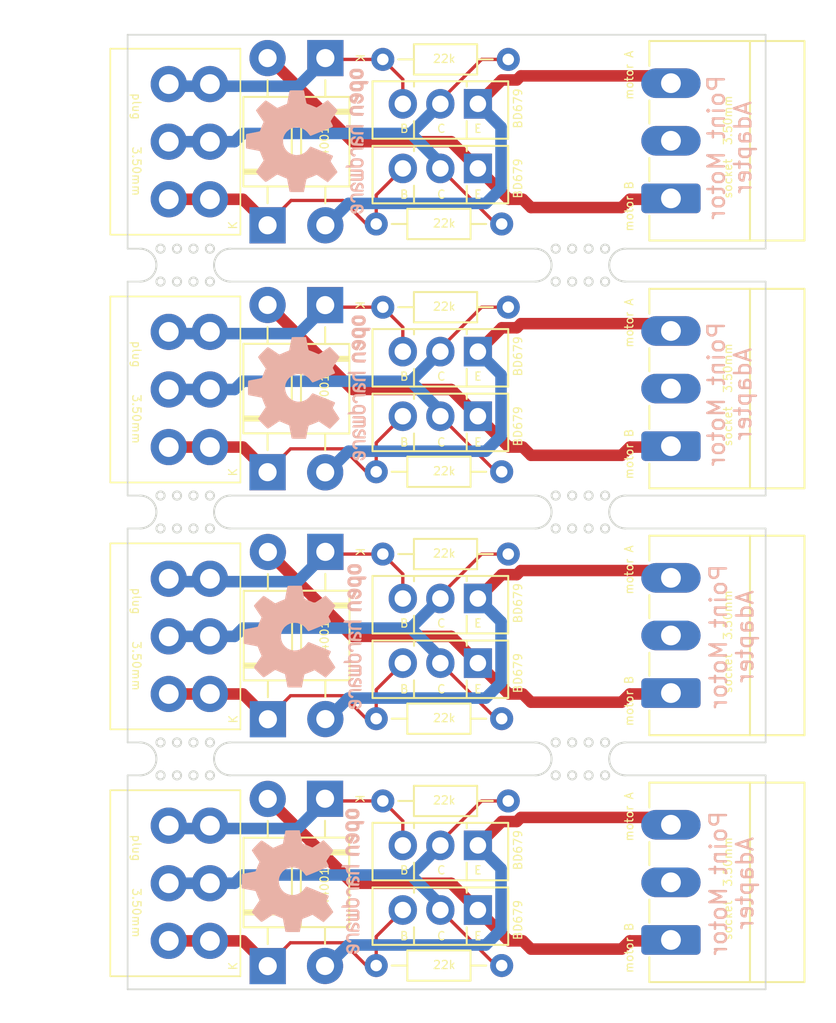
<source format=kicad_pcb>
(kicad_pcb (version 20240108) (generator "pcbnew") (generator_version "8.0")
  (layers (0 "F.Cu" signal) (31 "B.Cu" signal) (34 "B.Paste" user) (35 "F.Paste" user) (36 "B.SilkS" user "B.Silkscreen") (37 "F.SilkS" user "F.Silkscreen") (38 "B.Mask" user) (39 "F.Mask" user) (44 "Edge.Cuts" user))
  (net 0 "")
  (net 1 "/number 1/motB")
  (net 2 "/number 1/coilB")
  (net 3 "/number 1/motA")
  (net 4 "/number 1/coilA")
  (net 5 "/number 2/motB")
  (net 6 "/number 2/coilB")
  (net 7 "/number 2/coilA")
  (net 8 "/number 2/motA")
  (net 9 "/number 3/coilB")
  (net 10 "/number 3/motB")
  (net 11 "/number 3/motA")
  (net 12 "/number 3/coilA")
  (net 13 "/number 4/motB")
  (net 14 "/number 4/coilB")
  (net 15 "/number 4/motA")
  (net 16 "/number 4/coilA")
  (net 17 "/number 1/collector")
  (net 19 "/number 2/collector")
  (net 21 "/number 3/collector")
  (net 23 "/number 4/collector")
  (footprint "Package_TO_SOT_THT:TO-126-3_Vertical" (layer "F.Cu") (at 59.775 72.755 180)
    (property "Reference" "Q502" (hide yes))
    (property "Value" "BD679")
  )
  (footprint "Connector_Phoenix_MC:PhoenixContact_MC_1,5_3-G-3.5_1x03_P3.50mm_Horizontal" (layer "F.Cu") (at 71.5 78.5 90)
    (property "Reference" "J502" (hide yes))
    (property "Value" "Screw_Terminal_01x03")
  )
  (footprint "Resistor_THT:R_Axial_DIN0204_L3.6mm_D1.6mm_P7.62mm_Horizontal" (layer "F.Cu") (at 61.62 70.055 180)
    (property "Reference" "R502" (hide yes))
    (property "Value" "22k")
  )
  (footprint "custom_kicad_lib_sk:mousebite" (layer "F.Cu") (at 42 67.5)
    (property "Reference" "REF**" (hide yes))
    (property "Value" "mousebite")
    (fp_arc (start -2.75 -1) (mid -1.75 0) (end -2.75 1) (stroke (width 0.12)) (layer "Edge.Cuts"))
    (fp_arc (start 2.75 1) (mid 1.75 0) (end 2.75 -1) (stroke (width 0.12)) (layer "Edge.Cuts"))
    (fp_circle (center -1.5 -1) (end -1.25 -1) (stroke (width 0.12)) (fill none) (layer "Edge.Cuts"))
    (fp_circle (center -1.5 1) (end -1.25 1) (stroke (width 0.12)) (fill none) (layer "Edge.Cuts"))
    (fp_circle (center -0.5 -1) (end -0.25 -1) (stroke (width 0.12)) (fill none) (layer "Edge.Cuts"))
    (fp_circle (center -0.5 1) (end -0.25 1) (stroke (width 0.12)) (fill none) (layer "Edge.Cuts"))
    (fp_circle (center 0.5 -1) (end 0.75 -1) (stroke (width 0.12)) (fill none) (layer "Edge.Cuts"))
    (fp_circle (center 0.5 1) (end 0.75 1) (stroke (width 0.12)) (fill none) (layer "Edge.Cuts"))
    (fp_circle (center 1.5 -1) (end 1.75 -1) (stroke (width 0.12)) (fill none) (layer "Edge.Cuts"))
    (fp_circle (center 1.5 1) (end 1.75 1) (stroke (width 0.12)) (fill none) (layer "Edge.Cuts"))
  )
  (footprint "Connector_Phoenix_MC:PhoenixContact_MC_1,5_3-G-3.5_1x03_P3.50mm_Horizontal" (layer "F.Cu") (at 71.5 33.445 90)
    (property "Reference" "J202" (hide yes))
    (property "Value" "Screw_Terminal_01x03")
  )
  (footprint "Resistor_THT:R_Axial_DIN0204_L3.6mm_D1.6mm_P7.62mm_Horizontal" (layer "F.Cu") (at 61.62 25 180)
    (property "Reference" "R202" (hide yes))
    (property "Value" "22k")
  )
  (footprint "Package_TO_SOT_THT:TO-126-3_Vertical" (layer "F.Cu") (at 59.775 46.68 180)
    (property "Reference" "Q301" (hide yes))
    (property "Value" "BD679")
  )
  (footprint "MountingHole:MountingHole_3.2mm_M3" (layer "F.Cu") (at 65.5 60)
    (property "Reference" "REF**" (hide yes))
    (property "Value" "MountingHole_3.2mm_M3")
  )
  (footprint "Package_TO_SOT_THT:TO-126-3_Vertical" (layer "F.Cu") (at 59.775 61.68 180)
    (property "Reference" "Q401" (hide yes))
    (property "Value" "BD679")
  )
  (footprint "Resistor_THT:R_Axial_DIN0204_L3.6mm_D1.6mm_P7.62mm_Horizontal" (layer "F.Cu") (at 61.62 40.055 180)
    (property "Reference" "R302" (hide yes))
    (property "Value" "22k")
  )
  (footprint "Resistor_THT:R_Axial_DIN0204_L3.6mm_D1.6mm_P7.62mm_Horizontal" (layer "F.Cu") (at 61.62 55.055 180)
    (property "Reference" "R402" (hide yes))
    (property "Value" "22k")
  )
  (footprint "Package_TO_SOT_THT:TO-126-3_Vertical" (layer "F.Cu") (at 59.775 76.68 180)
    (property "Reference" "Q501" (hide yes))
    (property "Value" "BD679")
  )
  (footprint "custom_kicad_lib_sk:mousebite" (layer "F.Cu") (at 66 37.5)
    (property "Reference" "REF**" (hide yes))
    (property "Value" "mousebite")
    (fp_arc (start -2.75 -1) (mid -1.75 0) (end -2.75 1) (stroke (width 0.12)) (layer "Edge.Cuts"))
    (fp_arc (start 2.75 1) (mid 1.75 0) (end 2.75 -1) (stroke (width 0.12)) (layer "Edge.Cuts"))
    (fp_circle (center -1.5 -1) (end -1.25 -1) (stroke (width 0.12)) (fill none) (layer "Edge.Cuts"))
    (fp_circle (center -1.5 1) (end -1.25 1) (stroke (width 0.12)) (fill none) (layer "Edge.Cuts"))
    (fp_circle (center -0.5 -1) (end -0.25 -1) (stroke (width 0.12)) (fill none) (layer "Edge.Cuts"))
    (fp_circle (center -0.5 1) (end -0.25 1) (stroke (width 0.12)) (fill none) (layer "Edge.Cuts"))
    (fp_circle (center 0.5 -1) (end 0.75 -1) (stroke (width 0.12)) (fill none) (layer "Edge.Cuts"))
    (fp_circle (center 0.5 1) (end 0.75 1) (stroke (width 0.12)) (fill none) (layer "Edge.Cuts"))
    (fp_circle (center 1.5 -1) (end 1.75 -1) (stroke (width 0.12)) (fill none) (layer "Edge.Cuts"))
    (fp_circle (center 1.5 1) (end 1.75 1) (stroke (width 0.12)) (fill none) (layer "Edge.Cuts"))
  )
  (footprint "custom_kicad_lib_sk:mousebite" (layer "F.Cu") (at 66 52.5)
    (property "Reference" "REF**" (hide yes))
    (property "Value" "mousebite")
    (fp_arc (start -2.75 -1) (mid -1.75 0) (end -2.75 1) (stroke (width 0.12)) (layer "Edge.Cuts"))
    (fp_arc (start 2.75 1) (mid 1.75 0) (end 2.75 -1) (stroke (width 0.12)) (layer "Edge.Cuts"))
    (fp_circle (center -1.5 -1) (end -1.25 -1) (stroke (width 0.12)) (fill none) (layer "Edge.Cuts"))
    (fp_circle (center -1.5 1) (end -1.25 1) (stroke (width 0.12)) (fill none) (layer "Edge.Cuts"))
    (fp_circle (center -0.5 -1) (end -0.25 -1) (stroke (width 0.12)) (fill none) (layer "Edge.Cuts"))
    (fp_circle (center -0.5 1) (end -0.25 1) (stroke (width 0.12)) (fill none) (layer "Edge.Cuts"))
    (fp_circle (center 0.5 -1) (end 0.75 -1) (stroke (width 0.12)) (fill none) (layer "Edge.Cuts"))
    (fp_circle (center 0.5 1) (end 0.75 1) (stroke (width 0.12)) (fill none) (layer "Edge.Cuts"))
    (fp_circle (center 1.5 -1) (end 1.75 -1) (stroke (width 0.12)) (fill none) (layer "Edge.Cuts"))
    (fp_circle (center 1.5 1) (end 1.75 1) (stroke (width 0.12)) (fill none) (layer "Edge.Cuts"))
  )
  (footprint "Resistor_THT:R_Axial_DIN0204_L3.6mm_D1.6mm_P7.62mm_Horizontal" (layer "F.Cu") (at 61.22 50.055 180)
    (property "Reference" "R301" (hide yes))
    (property "Value" "22k")
  )
  (footprint "Package_TO_SOT_THT:TO-126-3_Vertical" (layer "F.Cu") (at 59.775 57.755 180)
    (property "Reference" "Q402" (hide yes))
    (property "Value" "BD679")
  )
  (footprint "Diode_THT:D_DO-41_SOD81_P10.16mm_Horizontal" (layer "F.Cu") (at 47.01 80.09 90)
    (property "Reference" "D501" (hide yes))
    (property "Value" "1N4001")
  )
  (footprint "Resistor_THT:R_Axial_DIN0204_L3.6mm_D1.6mm_P7.62mm_Horizontal" (layer "F.Cu") (at 61.22 35 180)
    (property "Reference" "R201" (hide yes))
    (property "Value" "22k")
  )
  (footprint "MountingHole:MountingHole_3.2mm_M3" (layer "F.Cu") (at 65.5 30)
    (property "Reference" "REF**" (hide yes))
    (property "Value" "MountingHole_3.2mm_M3")
  )
  (footprint "Diode_THT:D_DO-41_SOD81_P10.16mm_Horizontal" (layer "F.Cu") (at 47 50.08 90)
    (property "Reference" "D301" (hide yes))
    (property "Value" "1N4001")
  )
  (footprint "Connector_Phoenix_MC:PhoenixContact_MC_1,5_3-G-3.5_1x03_P3.50mm_Horizontal" (layer "F.Cu") (at 71.5 63.5 90)
    (property "Reference" "J402" (hide yes))
    (property "Value" "Screw_Terminal_01x03")
  )
  (footprint "custom_kicad_lib_sk:connector_3.50mm_3P horizontal_MALE" (layer "F.Cu") (at 43.5 30 -90)
    (property "Reference" "J201" (hide yes))
    (property "Value" "Screw_Terminal_01x03" (hide yes))
  )
  (footprint "Diode_THT:D_DO-41_SOD81_P10.16mm_Horizontal" (layer "F.Cu") (at 50.5 39.93 -90)
    (property "Reference" "D302" (hide yes))
    (property "Value" "1N4001")
  )
  (footprint "Diode_THT:D_DO-41_SOD81_P10.16mm_Horizontal" (layer "F.Cu") (at 47 35.08 90)
    (property "Reference" "D201" (hide yes))
    (property "Value" "1N4001")
  )
  (footprint "custom_kicad_lib_sk:mousebite" (layer "F.Cu") (at 42 52.5)
    (property "Reference" "REF**" (hide yes))
    (property "Value" "mousebite")
    (fp_arc (start -2.75 -1) (mid -1.75 0) (end -2.75 1) (stroke (width 0.12)) (layer "Edge.Cuts"))
    (fp_arc (start 2.75 1) (mid 1.75 0) (end 2.75 -1) (stroke (width 0.12)) (layer "Edge.Cuts"))
    (fp_circle (center -1.5 -1) (end -1.25 -1) (stroke (width 0.12)) (fill none) (layer "Edge.Cuts"))
    (fp_circle (center -1.5 1) (end -1.25 1) (stroke (width 0.12)) (fill none) (layer "Edge.Cuts"))
    (fp_circle (center -0.5 -1) (end -0.25 -1) (stroke (width 0.12)) (fill none) (layer "Edge.Cuts"))
    (fp_circle (center -0.5 1) (end -0.25 1) (stroke (width 0.12)) (fill none) (layer "Edge.Cuts"))
    (fp_circle (center 0.5 -1) (end 0.75 -1) (stroke (width 0.12)) (fill none) (layer "Edge.Cuts"))
    (fp_circle (center 0.5 1) (end 0.75 1) (stroke (width 0.12)) (fill none) (layer "Edge.Cuts"))
    (fp_circle (center 1.5 -1) (end 1.75 -1) (stroke (width 0.12)) (fill none) (layer "Edge.Cuts"))
    (fp_circle (center 1.5 1) (end 1.75 1) (stroke (width 0.12)) (fill none) (layer "Edge.Cuts"))
  )
  (footprint "Resistor_THT:R_Axial_DIN0204_L3.6mm_D1.6mm_P7.62mm_Horizontal" (layer "F.Cu") (at 61.22 65.055 180)
    (property "Reference" "R401" (hide yes))
    (property "Value" "22k")
  )
  (footprint "custom_kicad_lib_sk:connector_3.50mm_3P horizontal_MALE" (layer "F.Cu") (at 43.5 45.055 -90)
    (property "Reference" "J301" (hide yes))
    (property "Value" "Screw_Terminal_01x03" (hide yes))
  )
  (footprint "MountingHole:MountingHole_3.2mm_M3" (layer "F.Cu") (at 65.5 45)
    (property "Reference" "REF**" (hide yes))
    (property "Value" "MountingHole_3.2mm_M3")
  )
  (footprint "custom_kicad_lib_sk:connector_3.50mm_3P horizontal_MALE" (layer "F.Cu") (at 43.5 60.055 -90)
    (property "Reference" "J401" (hide yes))
    (property "Value" "Screw_Terminal_01x03" (hide yes))
  )
  (footprint "Resistor_THT:R_Axial_DIN0204_L3.6mm_D1.6mm_P7.62mm_Horizontal" (layer "F.Cu") (at 61.22 80.055 180)
    (property "Reference" "R501" (hide yes))
    (property "Value" "22k")
  )
  (footprint "Package_TO_SOT_THT:TO-126-3_Vertical" (layer "F.Cu") (at 59.775 31.625 180)
    (property "Reference" "Q201" (hide yes))
    (property "Value" "BD679")
  )
  (footprint "Connector_Phoenix_MC:PhoenixContact_MC_1,5_3-G-3.5_1x03_P3.50mm_Horizontal" (layer "F.Cu") (at 71.5 48.5 90)
    (property "Reference" "J302" (hide yes))
    (property "Value" "Screw_Terminal_01x03")
  )
  (footprint "Package_TO_SOT_THT:TO-126-3_Vertical" (layer "F.Cu") (at 59.775 42.755 180)
    (property "Reference" "Q302" (hide yes))
    (property "Value" "BD679")
  )
  (footprint "custom_kicad_lib_sk:connector_3.50mm_3P horizontal_MALE" (layer "F.Cu") (at 43.5 75.055 -90)
    (property "Reference" "J501" (hide yes))
    (property "Value" "Screw_Terminal_01x03" (hide yes))
  )
  (footprint "custom_kicad_lib_sk:mousebite" (layer "F.Cu") (at 66 67.5)
    (property "Reference" "REF**" (hide yes))
    (property "Value" "mousebite")
    (fp_arc (start -2.75 -1) (mid -1.75 0) (end -2.75 1) (stroke (width 0.12)) (layer "Edge.Cuts"))
    (fp_arc (start 2.75 1) (mid 1.75 0) (end 2.75 -1) (stroke (width 0.12)) (layer "Edge.Cuts"))
    (fp_circle (center -1.5 -1) (end -1.25 -1) (stroke (width 0.12)) (fill none) (layer "Edge.Cuts"))
    (fp_circle (center -1.5 1) (end -1.25 1) (stroke (width 0.12)) (fill none) (layer "Edge.Cuts"))
    (fp_circle (center -0.5 -1) (end -0.25 -1) (stroke (width 0.12)) (fill none) (layer "Edge.Cuts"))
    (fp_circle (center -0.5 1) (end -0.25 1) (stroke (width 0.12)) (fill none) (layer "Edge.Cuts"))
    (fp_circle (center 0.5 -1) (end 0.75 -1) (stroke (width 0.12)) (fill none) (layer "Edge.Cuts"))
    (fp_circle (center 0.5 1) (end 0.75 1) (stroke (width 0.12)) (fill none) (layer "Edge.Cuts"))
    (fp_circle (center 1.5 -1) (end 1.75 -1) (stroke (width 0.12)) (fill none) (layer "Edge.Cuts"))
    (fp_circle (center 1.5 1) (end 1.75 1) (stroke (width 0.12)) (fill none) (layer "Edge.Cuts"))
  )
  (footprint "Diode_THT:D_DO-41_SOD81_P10.16mm_Horizontal" (layer "F.Cu") (at 50.51 54.92 -90)
    (property "Reference" "D402" (hide yes))
    (property "Value" "1N4001")
  )
  (footprint "Diode_THT:D_DO-41_SOD81_P10.16mm_Horizontal" (layer "F.Cu") (at 50.51 24.92 -90)
    (property "Reference" "D202" (hide yes))
    (property "Value" "1N4001")
  )
  (footprint "Diode_THT:D_DO-41_SOD81_P10.16mm_Horizontal" (layer "F.Cu") (at 50.49 69.92 -90)
    (property "Reference" "D502" (hide yes))
    (property "Value" "1N4001")
  )
  (footprint "custom_kicad_lib_sk:mousebite" (layer "F.Cu") (at 42 37.5)
    (property "Reference" "REF**" (hide yes))
    (property "Value" "mousebite")
    (fp_arc (start -2.75 -1) (mid -1.75 0) (end -2.75 1) (stroke (width 0.12)) (layer "Edge.Cuts"))
    (fp_arc (start 2.75 1) (mid 1.75 0) (end 2.75 -1) (stroke (width 0.12)) (layer "Edge.Cuts"))
    (fp_circle (center -1.5 -1) (end -1.25 -1) (stroke (width 0.12)) (fill none) (layer "Edge.Cuts"))
    (fp_circle (center -1.5 1) (end -1.25 1) (stroke (width 0.12)) (fill none) (layer "Edge.Cuts"))
    (fp_circle (center -0.5 -1) (end -0.25 -1) (stroke (width 0.12)) (fill none) (layer "Edge.Cuts"))
    (fp_circle (center -0.5 1) (end -0.25 1) (stroke (width 0.12)) (fill none) (layer "Edge.Cuts"))
    (fp_circle (center 0.5 -1) (end 0.75 -1) (stroke (width 0.12)) (fill none) (layer "Edge.Cuts"))
    (fp_circle (center 0.5 1) (end 0.75 1) (stroke (width 0.12)) (fill none) (layer "Edge.Cuts"))
    (fp_circle (center 1.5 -1) (end 1.75 -1) (stroke (width 0.12)) (fill none) (layer "Edge.Cuts"))
    (fp_circle (center 1.5 1) (end 1.75 1) (stroke (width 0.12)) (fill none) (layer "Edge.Cuts"))
  )
  (footprint "Package_TO_SOT_THT:TO-126-3_Vertical" (layer "F.Cu") (at 59.775 27.7 180)
    (property "Reference" "Q202" (hide yes))
    (property "Value" "BD679")
  )
  (footprint "Diode_THT:D_DO-41_SOD81_P10.16mm_Horizontal" (layer "F.Cu") (at 47.02 65.09 90)
    (property "Reference" "D401" (hide yes))
    (property "Value" "1N4001")
  )
  (footprint "MountingHole:MountingHole_3.2mm_M3" (layer "F.Cu") (at 65.5 75)
    (property "Reference" "REF**" (hide yes))
    (property "Value" "MountingHole_3.2mm_M3")
  )
  (footprint "Symbol:OSHW-Logo2_9.8x8mm_SilkScreen" (layer "B.Cu") (at 49.149 74.93 -90)
    (property "Reference" "REF**" (hide yes))
    (property "Value" "OSHW-Logo2_9.8x8mm_SilkScreen" (hide yes))
  )
  (footprint "Symbol:OSHW-Logo2_9.8x8mm_SilkScreen" (layer "B.Cu") (at 49.276 60.071 -90)
    (property "Reference" "REF**" (hide yes))
    (property "Value" "OSHW-Logo2_9.8x8mm_SilkScreen" (hide yes))
  )
  (footprint "Symbol:OSHW-Logo2_9.8x8mm_SilkScreen" (layer "B.Cu") (at 49.403 29.972 -90)
    (property "Reference" "REF**" (hide yes))
    (property "Value" "OSHW-Logo2_9.8x8mm_SilkScreen" (hide yes))
  )
  (footprint "Symbol:OSHW-Logo2_9.8x8mm_SilkScreen" (layer "B.Cu") (at 49.53 44.958 -90)
    (property "Reference" "REF**" (hide yes))
    (property "Value" "OSHW-Logo2_9.8x8mm_SilkScreen" (hide yes))
  )
  (gr_line (start 68.75 53.5) (end 77.25 53.5) (stroke (width 0.1)) (layer "Edge.Cuts"))
  (gr_line (start 38.5 38.5) (end 38.5 51.5) (stroke (width 0.1)) (layer "Edge.Cuts"))
  (gr_line (start 38.5 23.5) (end 77.25 23.5) (stroke (width 0.1)) (layer "Edge.Cuts"))
  (gr_line (start 44.75 51.5) (end 63.25 51.5) (stroke (width 0.1)) (layer "Edge.Cuts"))
  (gr_line (start 38.5 68.5) (end 38.5 81.5) (stroke (width 0.1)) (layer "Edge.Cuts"))
  (gr_line (start 77.25 51.5) (end 77.25 38.5) (stroke (width 0.1)) (layer "Edge.Cuts"))
  (gr_line (start 38.5 53.5) (end 38.5 66.5) (stroke (width 0.1)) (layer "Edge.Cuts"))
  (gr_line (start 44.75 36.5) (end 63.25 36.5) (stroke (width 0.1)) (layer "Edge.Cuts"))
  (gr_line (start 44.75 66.5) (end 63.25 66.5) (stroke (width 0.1)) (layer "Edge.Cuts"))
  (gr_line (start 77.25 66.5) (end 77.25 53.5) (stroke (width 0.1)) (layer "Edge.Cuts"))
  (gr_line (start 38.5 23.5) (end 38.5 36.5) (stroke (width 0.1)) (layer "Edge.Cuts"))
  (gr_line (start 44.75 68.5) (end 63.25 68.5) (stroke (width 0.1)) (layer "Edge.Cuts"))
  (gr_line (start 68.75 51.5) (end 77.25 51.5) (stroke (width 0.1)) (layer "Edge.Cuts"))
  (gr_line (start 38.5 66.5) (end 39.25 66.5) (stroke (width 0.1)) (layer "Edge.Cuts"))
  (gr_line (start 38.5 68.5) (end 39.25 68.5) (stroke (width 0.1)) (layer "Edge.Cuts"))
  (gr_line (start 68.75 36.5) (end 77.25 36.5) (stroke (width 0.1)) (layer "Edge.Cuts"))
  (gr_line (start 38.5 51.5) (end 39.25 51.5) (stroke (width 0.1)) (layer "Edge.Cuts"))
  (gr_line (start 68.75 68.5) (end 77.25 68.5) (stroke (width 0.1)) (layer "Edge.Cuts"))
  (gr_line (start 77.25 36.5) (end 77.25 23.5) (stroke (width 0.1)) (layer "Edge.Cuts"))
  (gr_line (start 38.5 38.5) (end 39.25 38.5) (stroke (width 0.1)) (layer "Edge.Cuts"))
  (gr_line (start 44.75 38.5) (end 63.25 38.5) (stroke (width 0.1)) (layer "Edge.Cuts"))
  (gr_line (start 38.5 53.5) (end 39.25 53.5) (stroke (width 0.1)) (layer "Edge.Cuts"))
  (gr_line (start 44.75 53.5) (end 63.25 53.5) (stroke (width 0.1)) (layer "Edge.Cuts"))
  (gr_line (start 68.75 66.5) (end 77.25 66.5) (stroke (width 0.1)) (layer "Edge.Cuts"))
  (gr_line (start 38.5 36.5) (end 39.25 36.5) (stroke (width 0.1)) (layer "Edge.Cuts"))
  (gr_line (start 77.25 81.5) (end 77.25 68.5) (stroke (width 0.1)) (layer "Edge.Cuts"))
  (gr_line (start 68.75 38.5) (end 77.25 38.5) (stroke (width 0.1)) (layer "Edge.Cuts"))
  (gr_line (start 38.5 81.5) (end 77.25 81.5) (stroke (width 0.1)) (layer "Edge.Cuts"))
  (gr_text "Point Motor\nAdapter\n" (at 76.454 30.353 90) (layer "B.SilkS") (effects (font (size 1 1)) (justify bottom mirror)))
  (gr_text "Point Motor\nAdapter\n" (at 76.454 45.339 90) (layer "B.SilkS") (effects (font (size 1 1)) (justify bottom mirror)))
  (gr_text "Point Motor\nAdapter\n" (at 76.581 75.057 90) (layer "B.SilkS") (effects (font (size 1 1)) (justify bottom mirror)))
  (gr_text "Point Motor\nAdapter\n" (at 76.581 60.071 90) (layer "B.SilkS") (effects (font (size 1 1)) (justify bottom mirror)))
  (gr_text "motor A" (at 69.25 57.555 90) (layer "F.SilkS") (effects (font (size 0.5 0.5) (thickness 0.075)) (justify left bottom)))
  (gr_text "22k" (at 57 40.305 0) (layer "F.SilkS") (effects (font (size 0.5 0.5) (thickness 0.075)) (justify left bottom)))
  (gr_text "motor B" (at 69.25 35.5 90) (layer "F.SilkS") (effects (font (size 0.5 0.5) (thickness 0.075)) (justify left bottom)))
  (gr_text "1N4001" (at 47.5 61.055 90) (layer "F.SilkS") (effects (font (size 0.5 0.5) (thickness 0.075)) (justify left bottom)))
  (gr_text "socket\n" (at 75.25 63.555 90) (layer "F.SilkS") (effects (font (size 0.5 0.5) (thickness 0.075)) (justify left bottom)))
  (gr_text "B" (at 55 78.555 0) (layer "F.SilkS") (effects (font (size 0.5 0.5) (thickness 0.075)) (justify left bottom)))
  (gr_text "C" (at 57.25 48.555 0) (layer "F.SilkS") (effects (font (size 0.5 0.5) (thickness 0.075)) (justify left bottom)))
  (gr_text "C" (at 57.25 33.5 0) (layer "F.SilkS") (effects (font (size 0.5 0.5) (thickness 0.075)) (justify left bottom)))
  (gr_text "E" (at 59.5 33.5 0) (layer "F.SilkS") (effects (font (size 0.5 0.5) (thickness 0.075)) (justify left bottom)))
  (gr_text "1N4001" (at 50.75 62.055 90) (layer "F.SilkS") (effects (font (size 0.5 0.5) (thickness 0.075)) (justify left bottom)))
  (gr_text "3.50mm" (at 75.25 45.305 90) (layer "F.SilkS") (effects (font (size 0.5 0.5) (thickness 0.075)) (justify left bottom)))
  (gr_text "socket\n" (at 75.25 33.5 90) (layer "F.SilkS") (effects (font (size 0.5 0.5) (thickness 0.075)) (justify left bottom)))
  (gr_text "B" (at 55 59.555 0) (layer "F.SilkS") (effects (font (size 0.5 0.5) (thickness 0.075)) (justify left bottom)))
  (gr_text "C" (at 57.25 44.555 0) (layer "F.SilkS") (effects (font (size 0.5 0.5) (thickness 0.075)) (justify left bottom)))
  (gr_text "1N4001" (at 50.75 32 90) (layer "F.SilkS") (effects (font (size 0.5 0.5) (thickness 0.075)) (justify left bottom)))
  (gr_text "3.50mm" (at 75.25 75.305 90) (layer "F.SilkS") (effects (font (size 0.5 0.5) (thickness 0.075)) (justify left bottom)))
  (gr_text "22k" (at 57 25.25 0) (layer "F.SilkS") (effects (font (size 0.5 0.5) (thickness 0.075)) (justify left bottom)))
  (gr_text "E" (at 59.5 78.555 0) (layer "F.SilkS") (effects (font (size 0.5 0.5) (thickness 0.075)) (justify left bottom)))
  (gr_text "plug" (at 38.75 72.055 -90) (layer "F.SilkS") (effects (font (size 0.5 0.5) (thickness 0.075)) (justify left bottom)))
  (gr_text "22k" (at 57 80.305 0) (layer "F.SilkS") (effects (font (size 0.5 0.5) (thickness 0.075)) (justify left bottom)))
  (gr_text "3.50mm" (at 38.75 60.305 -90) (layer "F.SilkS") (effects (font (size 0.5 0.5) (thickness 0.075)) (justify left bottom)))
  (gr_text "1N4001" (at 50.75 77.055 90) (layer "F.SilkS") (effects (font (size 0.5 0.5) (thickness 0.075)) (justify left bottom)))
  (gr_text "E" (at 59.5 74.555 0) (layer "F.SilkS") (effects (font (size 0.5 0.5) (thickness 0.075)) (justify left bottom)))
  (gr_text "3.50mm" (at 75.25 60.305 90) (layer "F.SilkS") (effects (font (size 0.5 0.5) (thickness 0.075)) (justify left bottom)))
  (gr_text "1N4001" (at 47.5 31 90) (layer "F.SilkS") (effects (font (size 0.5 0.5) (thickness 0.075)) (justify left bottom)))
  (gr_text "BD679" (at 62.5 48.555 90) (layer "F.SilkS") (effects (font (size 0.5 0.5) (thickness 0.075)) (justify left bottom)))
  (gr_text "socket\n" (at 75.25 48.555 90) (layer "F.SilkS") (effects (font (size 0.5 0.5) (thickness 0.075)) (justify left bottom)))
  (gr_text "BD679" (at 62.5 33.5 90) (layer "F.SilkS") (effects (font (size 0.5 0.5) (thickness 0.075)) (justify left bottom)))
  (gr_text "motor B" (at 69.25 65.555 90) (layer "F.SilkS") (effects (font (size 0.5 0.5) (thickness 0.075)) (justify left bottom)))
  (gr_text "plug" (at 38.75 27 270) (layer "F.SilkS") (effects (font (size 0.5 0.5) (thickness 0.075)) (justify left bottom)))
  (gr_text "B" (at 55 63.555 0) (layer "F.SilkS") (effects (font (size 0.5 0.5) (thickness 0.075)) (justify left bottom)))
  (gr_text "22k" (at 57 50.305 0) (layer "F.SilkS") (effects (font (size 0.5 0.5) (thickness 0.075)) (justify left bottom)))
  (gr_text "motor A" (at 69.25 72.555 90) (layer "F.SilkS") (effects (font (size 0.5 0.5) (thickness 0.075)) (justify left bottom)))
  (gr_text "BD679" (at 62.5 59.305 90) (layer "F.SilkS") (effects (font (size 0.5 0.5) (thickness 0.075)) (justify left bottom)))
  (gr_text "1N4001" (at 47.5 46.055 90) (layer "F.SilkS") (effects (font (size 0.5 0.5) (thickness 0.075)) (justify left bottom)))
  (gr_text "C" (at 57.25 59.555 0) (layer "F.SilkS") (effects (font (size 0.5 0.5) (thickness 0.075)) (justify left bottom)))
  (gr_text "3.50mm" (at 75.25 30.25 90) (layer "F.SilkS") (effects (font (size 0.5 0.5) (thickness 0.075)) (justify left bottom)))
  (gr_text "22k" (at 57 65.305 0) (layer "F.SilkS") (effects (font (size 0.5 0.5) (thickness 0.075)) (justify left bottom)))
  (gr_text "motor B" (at 69.25 80.555 90) (layer "F.SilkS") (effects (font (size 0.5 0.5) (thickness 0.075)) (justify left bottom)))
  (gr_text "E" (at 59.5 63.555 0) (layer "F.SilkS") (effects (font (size 0.5 0.5) (thickness 0.075)) (justify left bottom)))
  (gr_text "BD679" (at 62.5 74.305 90) (layer "F.SilkS") (effects (font (size 0.5 0.5) (thickness 0.075)) (justify left bottom)))
  (gr_text "3.50mm" (at 38.75 75.305 -90) (layer "F.SilkS") (effects (font (size 0.5 0.5) (thickness 0.075)) (justify left bottom)))
  (gr_text "B" (at 55 48.555 0) (layer "F.SilkS") (effects (font (size 0.5 0.5) (thickness 0.075)) (justify left bottom)))
  (gr_text "B" (at 55 44.555 0) (layer "F.SilkS") (effects (font (size 0.5 0.5) (thickness 0.075)) (justify left bottom)))
  (gr_text "motor B" (at 69.25 50.555 90) (layer "F.SilkS") (effects (font (size 0.5 0.5) (thickness 0.075)) (justify left bottom)))
  (gr_text "E" (at 59.5 59.555 0) (layer "F.SilkS") (effects (font (size 0.5 0.5) (thickness 0.075)) (justify left bottom)))
  (gr_text "3.50mm" (at 38.75 30.25 270) (layer "F.SilkS") (effects (font (size 0.5 0.5) (thickness 0.075)) (justify left bottom)))
  (gr_text "socket\n" (at 75.25 78.555 90) (layer "F.SilkS") (effects (font (size 0.5 0.5) (thickness 0.075)) (justify left bottom)))
  (gr_text "motor A" (at 69.25 42.555 90) (layer "F.SilkS") (effects (font (size 0.5 0.5) (thickness 0.075)) (justify left bottom)))
  (gr_text "BD679" (at 62.5 78.555 90) (layer "F.SilkS") (effects (font (size 0.5 0.5) (thickness 0.075)) (justify left bottom)))
  (gr_text "22k" (at 57 70.305 0) (layer "F.SilkS") (effects (font (size 0.5 0.5) (thickness 0.075)) (justify left bottom)))
  (gr_text "plug" (at 38.75 57.055 -90) (layer "F.SilkS") (effects (font (size 0.5 0.5) (thickness 0.075)) (justify left bottom)))
  (gr_text "motor A" (at 69.25 27.5 90) (layer "F.SilkS") (effects (font (size 0.5 0.5) (thickness 0.075)) (justify left bottom)))
  (gr_text "B" (at 55 29.5 0) (layer "F.SilkS") (effects (font (size 0.5 0.5) (thickness 0.075)) (justify left bottom)))
  (gr_text "BD679" (at 62.5 63.555 90) (layer "F.SilkS") (effects (font (size 0.5 0.5) (thickness 0.075)) (justify left bottom)))
  (gr_text "C" (at 57.25 63.555 0) (layer "F.SilkS") (effects (font (size 0.5 0.5) (thickness 0.075)) (justify left bottom)))
  (gr_text "BD679" (at 62.5 44.305 90) (layer "F.SilkS") (effects (font (size 0.5 0.5) (thickness 0.075)) (justify left bottom)))
  (gr_text "plug" (at 38.75 42.055 -90) (layer "F.SilkS") (effects (font (size 0.5 0.5) (thickness 0.075)) (justify left bottom)))
  (gr_text "B" (at 55 33.5 0) (layer "F.SilkS") (effects (font (size 0.5 0.5) (thickness 0.075)) (justify left bottom)))
  (gr_text "1N4001" (at 50.75 47.055 90) (layer "F.SilkS") (effects (font (size 0.5 0.5) (thickness 0.075)) (justify left bottom)))
  (gr_text "1N4001" (at 47.5 76.055 90) (layer "F.SilkS") (effects (font (size 0.5 0.5) (thickness 0.075)) (justify left bottom)))
  (gr_text "3.50mm" (at 38.75 45.305 -90) (layer "F.SilkS") (effects (font (size 0.5 0.5) (thickness 0.075)) (justify left bottom)))
  (gr_text "B" (at 55 74.555 0) (layer "F.SilkS") (effects (font (size 0.5 0.5) (thickness 0.075)) (justify left bottom)))
  (gr_text "22k" (at 57 35.25 0) (layer "F.SilkS") (effects (font (size 0.5 0.5) (thickness 0.075)) (justify left bottom)))
  (gr_text "C" (at 57.25 29.5 0) (layer "F.SilkS") (effects (font (size 0.5 0.5) (thickness 0.075)) (justify left bottom)))
  (gr_text "E" (at 59.5 48.555 0) (layer "F.SilkS") (effects (font (size 0.5 0.5) (thickness 0.075)) (justify left bottom)))
  (gr_text "C" (at 57.25 78.555 0) (layer "F.SilkS") (effects (font (size 0.5 0.5) (thickness 0.075)) (justify left bottom)))
  (gr_text "22k" (at 57 55.305 0) (layer "F.SilkS") (effects (font (size 0.5 0.5) (thickness 0.075)) (justify left bottom)))
  (gr_text "E" (at 59.5 29.5 0) (layer "F.SilkS") (effects (font (size 0.5 0.5) (thickness 0.075)) (justify left bottom)))
  (gr_text "E" (at 59.5 44.555 0) (layer "F.SilkS") (effects (font (size 0.5 0.5) (thickness 0.075)) (justify left bottom)))
  (gr_text "C" (at 57.25 74.555 0) (layer "F.SilkS") (effects (font (size 0.5 0.5) (thickness 0.075)) (justify left bottom)))
  (gr_text "BD679" (at 62.5 29.25 90) (layer "F.SilkS") (effects (font (size 0.5 0.5) (thickness 0.075)) (justify left bottom)))
  (segment (start 69 33.5) (end 68.5 34) (width 0.7) (layer "F.Cu") (net 1))
  (segment (start 52.16 30) (end 58.15 30) (width 0.7) (layer "F.Cu") (net 1))
  (segment (start 63 34) (end 62.5 33.5) (width 0.7) (layer "F.Cu") (net 1))
  (segment (start 61.65 33.5) (end 59.775 31.625) (width 0.7) (layer "F.Cu") (net 1))
  (segment (start 71.445 33.5) (end 69 33.5) (width 0.7) (layer "F.Cu") (net 1))
  (segment (start 47 24.84) (end 52.16 30) (width 0.7) (layer "F.Cu") (net 1))
  (segment (start 71.5 33.445) (end 71.445 33.5) (width 0.7) (layer "F.Cu") (net 1))
  (segment (start 62.5 33.5) (end 61.65 33.5) (width 0.7) (layer "F.Cu") (net 1))
  (segment (start 68.5 34) (end 63 34) (width 0.7) (layer "F.Cu") (net 1))
  (segment (start 58.15 30) (end 59.775 31.625) (width 0.7) (layer "F.Cu") (net 1))
  (segment (start 53 35) (end 51.57 33.57) (width 0.2) (layer "F.Cu") (net 2))
  (segment (start 45.5 33.5) (end 47 35) (width 0.7) (layer "F.Cu") (net 2))
  (segment (start 41.5 33.5) (end 45.5 33.5) (width 0.7) (layer "F.Cu") (net 2))
  (segment (start 51.57 33.57) (end 48.43 33.57) (width 0.2) (layer "F.Cu") (net 2))
  (segment (start 53.6 33.24) (end 55.215 31.625) (width 0.2) (layer "F.Cu") (net 2))
  (segment (start 48.43 33.57) (end 47 35) (width 0.2) (layer "F.Cu") (net 2))
  (segment (start 41 33) (end 41.5 33.5) (width 0.7) (layer "F.Cu") (net 2))
  (segment (start 53.6 35) (end 53.6 33.24) (width 0.2) (layer "F.Cu") (net 2))
  (segment (start 53.6 35) (end 53 35) (width 0.2) (layer "F.Cu") (net 2))
  (segment (start 71.055 26) (end 62.387767 26) (width 0.7) (layer "F.Cu") (net 3))
  (segment (start 62.137767 26.25) (end 61.225 26.25) (width 0.7) (layer "F.Cu") (net 3))
  (segment (start 61.225 26.25) (end 59.775 27.7) (width 0.7) (layer "F.Cu") (net 3))
  (segment (start 71.5 26.445) (end 71.055 26) (width 0.7) (layer "F.Cu") (net 3))
  (segment (start 62.387767 26) (end 62.137767 26.25) (width 0.7) (layer "F.Cu") (net 3))
  (segment (start 59.775 27.7) (end 61.18 29.105) (width 0.7) (layer "B.Cu") (net 3))
  (segment (start 60.25 33.75) (end 51.91 33.75) (width 0.7) (layer "B.Cu") (net 3))
  (segment (start 61.18 29.105) (end 61.18 32.82) (width 0.7) (layer "B.Cu") (net 3))
  (segment (start 61.18 32.82) (end 60.25 33.75) (width 0.7) (layer "B.Cu") (net 3))
  (segment (start 51.91 33.75) (end 50.5 35.16) (width 0.7) (layer "B.Cu") (net 3))
  (segment (start 55.215 26.215) (end 55.215 27.7) (width 0.2) (layer "F.Cu") (net 4))
  (segment (start 50.5 25) (end 54 25) (width 0.2) (layer "F.Cu") (net 4))
  (segment (start 54 25) (end 55.215 26.215) (width 0.2) (layer "F.Cu") (net 4))
  (segment (start 41 26.5) (end 41.13 26.63) (width 0.7) (layer "B.Cu") (net 4))
  (segment (start 41 26) (end 41 26.5) (width 0.7) (layer "B.Cu") (net 4))
  (segment (start 48.87 26.63) (end 50.5 25) (width 0.7) (layer "B.Cu") (net 4))
  (segment (start 41.13 26.63) (end 48.87 26.63) (width 0.7) (layer "B.Cu") (net 4))
  (segment (start 47 39.895) (end 52.16 45.055) (width 0.7) (layer "F.Cu") (net 5))
  (segment (start 71.445 48.555) (end 69 48.555) (width 0.7) (layer "F.Cu") (net 5))
  (segment (start 58.15 45.055) (end 59.775 46.68) (width 0.7) (layer "F.Cu") (net 5))
  (segment (start 52.16 45.055) (end 58.15 45.055) (width 0.7) (layer "F.Cu") (net 5))
  (segment (start 63 49.055) (end 62.5 48.555) (width 0.7) (layer "F.Cu") (net 5))
  (segment (start 71.5 48.5) (end 71.445 48.555) (width 0.7) (layer "F.Cu") (net 5))
  (segment (start 68.5 49.055) (end 63 49.055) (width 0.7) (layer "F.Cu") (net 5))
  (segment (start 69 48.555) (end 68.5 49.055) (width 0.7) (layer "F.Cu") (net 5))
  (segment (start 62.5 48.555) (end 61.65 48.555) (width 0.7) (layer "F.Cu") (net 5))
  (segment (start 61.65 48.555) (end 59.775 46.68) (width 0.7) (layer "F.Cu") (net 5))
  (segment (start 41.5 48.555) (end 45.5 48.555) (width 0.7) (layer "F.Cu") (net 6))
  (segment (start 53.6 50.055) (end 53 50.055) (width 0.2) (layer "F.Cu") (net 6))
  (segment (start 41 48.055) (end 41.5 48.555) (width 0.7) (layer "F.Cu") (net 6))
  (segment (start 53.6 48.295) (end 55.215 46.68) (width 0.2) (layer "F.Cu") (net 6))
  (segment (start 53.6 50.055) (end 53.6 48.295) (width 0.2) (layer "F.Cu") (net 6))
  (segment (start 45.5 48.555) (end 47 50.055) (width 0.7) (layer "F.Cu") (net 6))
  (segment (start 51.605 48.66) (end 48.395 48.66) (width 0.2) (layer "F.Cu") (net 6))
  (segment (start 48.395 48.66) (end 47 50.055) (width 0.2) (layer "F.Cu") (net 6))
  (segment (start 53 50.055) (end 51.605 48.66) (width 0.2) (layer "F.Cu") (net 6))
  (segment (start 50.5 40.055) (end 54 40.055) (width 0.2) (layer "F.Cu") (net 7))
  (segment (start 55.215 41.27) (end 55.215 42.755) (width 0.2) (layer "F.Cu") (net 7))
  (segment (start 54 40.055) (end 55.215 41.27) (width 0.2) (layer "F.Cu") (net 7))
  (segment (start 48.895 41.66) (end 50.5 40.055) (width 0.7) (layer "B.Cu") (net 7))
  (segment (start 41.105 41.66) (end 48.895 41.66) (width 0.7) (layer "B.Cu") (net 7))
  (segment (start 41 41.055) (end 41 41.555) (width 0.7) (layer "B.Cu") (net 7))
  (segment (start 41 41.555) (end 41.105 41.66) (width 0.7) (layer "B.Cu") (net 7))
  (segment (start 61.225 41.305) (end 59.775 42.755) (width 0.7) (layer "F.Cu") (net 8))
  (segment (start 71.055 41.055) (end 62.387767 41.055) (width 0.7) (layer "F.Cu") (net 8))
  (segment (start 71.5 41.5) (end 71.055 41.055) (width 0.7) (layer "F.Cu") (net 8))
  (segment (start 62.137767 41.305) (end 61.225 41.305) (width 0.7) (layer "F.Cu") (net 8))
  (segment (start 62.387767 41.055) (end 62.137767 41.305) (width 0.7) (layer "F.Cu") (net 8))
  (segment (start 51.91 48.805) (end 50.5 50.215) (width 0.7) (layer "B.Cu") (net 8))
  (segment (start 61.18 47.875) (end 60.25 48.805) (width 0.7) (layer "B.Cu") (net 8))
  (segment (start 60.25 48.805) (end 51.91 48.805) (width 0.7) (layer "B.Cu") (net 8))
  (segment (start 61.18 44.16) (end 61.18 47.875) (width 0.7) (layer "B.Cu") (net 8))
  (segment (start 59.775 42.755) (end 61.18 44.16) (width 0.7) (layer "B.Cu") (net 8))
  (segment (start 53 65.055) (end 51.605 63.66) (width 0.2) (layer "F.Cu") (net 9))
  (segment (start 53.6 65.055) (end 53 65.055) (width 0.2) (layer "F.Cu") (net 9))
  (segment (start 53.6 65.055) (end 53.6 63.295) (width 0.2) (layer "F.Cu") (net 9))
  (segment (start 48.395 63.66) (end 47 65.055) (width 0.2) (layer "F.Cu") (net 9))
  (segment (start 51.605 63.66) (end 48.395 63.66) (width 0.2) (layer "F.Cu") (net 9))
  (segment (start 41 63.055) (end 41.5 63.555) (width 0.7) (layer "F.Cu") (net 9))
  (segment (start 41.5 63.555) (end 45.5 63.555) (width 0.7) (layer "F.Cu") (net 9))
  (segment (start 45.5 63.555) (end 47 65.055) (width 0.7) (layer "F.Cu") (net 9))
  (segment (start 53.6 63.295) (end 55.215 61.68) (width 0.2) (layer "F.Cu") (net 9))
  (segment (start 69 63.555) (end 68.5 64.055) (width 0.7) (layer "F.Cu") (net 10))
  (segment (start 62.5 63.555) (end 61.65 63.555) (width 0.7) (layer "F.Cu") (net 10))
  (segment (start 63 64.055) (end 62.5 63.555) (width 0.7) (layer "F.Cu") (net 10))
  (segment (start 71.445 63.555) (end 69 63.555) (width 0.7) (layer "F.Cu") (net 10))
  (segment (start 71.5 63.5) (end 71.445 63.555) (width 0.7) (layer "F.Cu") (net 10))
  (segment (start 68.5 64.055) (end 63 64.055) (width 0.7) (layer "F.Cu") (net 10))
  (segment (start 47 54.895) (end 52.16 60.055) (width 0.7) (layer "F.Cu") (net 10))
  (segment (start 61.65 63.555) (end 59.775 61.68) (width 0.7) (layer "F.Cu") (net 10))
  (segment (start 58.15 60.055) (end 59.775 61.68) (width 0.7) (layer "F.Cu") (net 10))
  (segment (start 52.16 60.055) (end 58.15 60.055) (width 0.7) (layer "F.Cu") (net 10))
  (segment (start 71.055 56.055) (end 62.387767 56.055) (width 0.7) (layer "F.Cu") (net 11))
  (segment (start 62.387767 56.055) (end 62.137767 56.305) (width 0.7) (layer "F.Cu") (net 11))
  (segment (start 61.225 56.305) (end 59.775 57.755) (width 0.7) (layer "F.Cu") (net 11))
  (segment (start 62.137767 56.305) (end 61.225 56.305) (width 0.7) (layer "F.Cu") (net 11))
  (segment (start 71.5 56.5) (end 71.055 56.055) (width 0.7) (layer "F.Cu") (net 11))
  (segment (start 60.25 63.805) (end 51.91 63.805) (width 0.7) (layer "B.Cu") (net 11))
  (segment (start 61.18 62.875) (end 60.25 63.805) (width 0.7) (layer "B.Cu") (net 11))
  (segment (start 51.91 63.805) (end 50.5 65.215) (width 0.7) (layer "B.Cu") (net 11))
  (segment (start 59.775 57.755) (end 61.18 59.16) (width 0.7) (layer "B.Cu") (net 11))
  (segment (start 61.18 59.16) (end 61.18 62.875) (width 0.7) (layer "B.Cu") (net 11))
  (segment (start 50.5 55.055) (end 54 55.055) (width 0.2) (layer "F.Cu") (net 12))
  (segment (start 55.215 56.27) (end 55.215 57.755) (width 0.2) (layer "F.Cu") (net 12))
  (segment (start 54 55.055) (end 55.215 56.27) (width 0.2) (layer "F.Cu") (net 12))
  (segment (start 41 56.555) (end 41.175 56.73) (width 0.7) (layer "B.Cu") (net 12))
  (segment (start 48.825 56.73) (end 50.5 55.055) (width 0.7) (layer "B.Cu") (net 12))
  (segment (start 41.175 56.73) (end 48.825 56.73) (width 0.7) (layer "B.Cu") (net 12))
  (segment (start 41 56.055) (end 41 56.555) (width 0.7) (layer "B.Cu") (net 12))
  (segment (start 69 78.555) (end 68.5 79.055) (width 0.7) (layer "F.Cu") (net 13))
  (segment (start 47 69.895) (end 52.16 75.055) (width 0.7) (layer "F.Cu") (net 13))
  (segment (start 71.445 78.555) (end 69 78.555) (width 0.7) (layer "F.Cu") (net 13))
  (segment (start 68.5 79.055) (end 63 79.055) (width 0.7) (layer "F.Cu") (net 13))
  (segment (start 52.16 75.055) (end 58.15 75.055) (width 0.7) (layer "F.Cu") (net 13))
  (segment (start 58.15 75.055) (end 59.775 76.68) (width 0.7) (layer "F.Cu") (net 13))
  (segment (start 63 79.055) (end 62.5 78.555) (width 0.7) (layer "F.Cu") (net 13))
  (segment (start 61.65 78.555) (end 59.775 76.68) (width 0.7) (layer "F.Cu") (net 13))
  (segment (start 62.5 78.555) (end 61.65 78.555) (width 0.7) (layer "F.Cu") (net 13))
  (segment (start 71.5 78.5) (end 71.445 78.555) (width 0.7) (layer "F.Cu") (net 13))
  (segment (start 53 80.055) (end 51.615 78.67) (width 0.2) (layer "F.Cu") (net 14))
  (segment (start 41 78.055) (end 41.5 78.555) (width 0.7) (layer "F.Cu") (net 14))
  (segment (start 45.5 78.555) (end 47 80.055) (width 0.7) (layer "F.Cu") (net 14))
  (segment (start 41.5 78.555) (end 45.5 78.555) (width 0.7) (layer "F.Cu") (net 14))
  (segment (start 53.6 78.295) (end 55.215 76.68) (width 0.2) (layer "F.Cu") (net 14))
  (segment (start 53.6 80.055) (end 53.6 78.295) (width 0.2) (layer "F.Cu") (net 14))
  (segment (start 48.385 78.67) (end 47 80.055) (width 0.2) (layer "F.Cu") (net 14))
  (segment (start 53.6 80.055) (end 53 80.055) (width 0.2) (layer "F.Cu") (net 14))
  (segment (start 51.615 78.67) (end 48.385 78.67) (width 0.2) (layer "F.Cu") (net 14))
  (segment (start 61.225 71.305) (end 59.775 72.755) (width 0.7) (layer "F.Cu") (net 15))
  (segment (start 62.387767 71.055) (end 62.137767 71.305) (width 0.7) (layer "F.Cu") (net 15))
  (segment (start 71.055 71.055) (end 62.387767 71.055) (width 0.7) (layer "F.Cu") (net 15))
  (segment (start 71.5 71.5) (end 71.055 71.055) (width 0.7) (layer "F.Cu") (net 15))
  (segment (start 62.137767 71.305) (end 61.225 71.305) (width 0.7) (layer "F.Cu") (net 15))
  (segment (start 59.775 72.755) (end 61.18 74.16) (width 0.7) (layer "B.Cu") (net 15))
  (segment (start 51.91 78.805) (end 50.5 80.215) (width 0.7) (layer "B.Cu") (net 15))
  (segment (start 61.18 74.16) (end 61.18 77.875) (width 0.7) (layer "B.Cu") (net 15))
  (segment (start 61.18 77.875) (end 60.25 78.805) (width 0.7) (layer "B.Cu") (net 15))
  (segment (start 60.25 78.805) (end 51.91 78.805) (width 0.7) (layer "B.Cu") (net 15))
  (segment (start 50.5 70.055) (end 54 70.055) (width 0.2) (layer "F.Cu") (net 16))
  (segment (start 55.215 71.27) (end 55.215 72.755) (width 0.2) (layer "F.Cu") (net 16))
  (segment (start 54 70.055) (end 55.215 71.27) (width 0.2) (layer "F.Cu") (net 16))
  (segment (start 41.175 71.73) (end 48.825 71.73) (width 0.7) (layer "B.Cu") (net 16))
  (segment (start 41 71.555) (end 41.175 71.73) (width 0.7) (layer "B.Cu") (net 16))
  (segment (start 41 71.055) (end 41 71.555) (width 0.7) (layer "B.Cu") (net 16))
  (segment (start 48.825 71.73) (end 50.5 70.055) (width 0.7) (layer "B.Cu") (net 16))
  (segment (start 57.495 27.505) (end 57.495 27.7) (width 0.2) (layer "F.Cu") (net 17))
  (segment (start 60 25) (end 57.495 27.505) (width 0.2) (layer "F.Cu") (net 17))
  (segment (start 61.62 25) (end 60 25) (width 0.2) (layer "F.Cu") (net 17))
  (segment (start 60.87 35) (end 57.495 31.625) (width 0.2) (layer "F.Cu") (net 17))
  (segment (start 61.22 35) (end 60.87 35) (width 0.2) (layer "F.Cu") (net 17))
  (segment (start 57.495 31.3) (end 55.695 29.5) (width 0.7) (layer "B.Cu") (net 17))
  (segment (start 55.695 29.5) (end 57.495 27.7) (width 0.7) (layer "B.Cu") (net 17))
  (segment (start 57.495 31.625) (end 57.495 31.3) (width 0.7) (layer "B.Cu") (net 17))
  (segment (start 45 30) (end 45.5 29.5) (width 0.7) (layer "B.Cu") (net 17))
  (segment (start 45.5 29.5) (end 55.695 29.5) (width 0.7) (layer "B.Cu") (net 17))
  (segment (start 43.5 30) (end 45 30) (width 0.7) (layer "B.Cu") (net 17))
  (segment (start 41 30) (end 43.5 30) (width 0.7) (layer "B.Cu") (net 17))
  (segment (start 60 40.055) (end 57.495 42.56) (width 0.2) (layer "F.Cu") (net 19))
  (segment (start 61.62 40.055) (end 60 40.055) (width 0.2) (layer "F.Cu") (net 19))
  (segment (start 57.495 42.56) (end 57.495 42.755) (width 0.2) (layer "F.Cu") (net 19))
  (segment (start 60.87 50.055) (end 57.495 46.68) (width 0.2) (layer "F.Cu") (net 19))
  (segment (start 61.22 50.055) (end 60.87 50.055) (width 0.2) (layer "F.Cu") (net 19))
  (segment (start 55.695 44.555) (end 57.495 42.755) (width 0.7) (layer "B.Cu") (net 19))
  (segment (start 57.495 46.68) (end 57.495 46.355) (width 0.7) (layer "B.Cu") (net 19))
  (segment (start 45 45.055) (end 45.5 44.555) (width 0.7) (layer "B.Cu") (net 19))
  (segment (start 45.5 44.555) (end 55.695 44.555) (width 0.7) (layer "B.Cu") (net 19))
  (segment (start 41 45.055) (end 43.5 45.055) (width 0.7) (layer "B.Cu") (net 19))
  (segment (start 57.495 46.355) (end 55.695 44.555) (width 0.7) (layer "B.Cu") (net 19))
  (segment (start 43.5 45.055) (end 45 45.055) (width 0.7) (layer "B.Cu") (net 19))
  (segment (start 57.495 57.56) (end 57.495 57.755) (width 0.2) (layer "F.Cu") (net 21))
  (segment (start 60.87 65.055) (end 57.495 61.68) (width 0.2) (layer "F.Cu") (net 21))
  (segment (start 61.62 55.055) (end 60 55.055) (width 0.2) (layer "F.Cu") (net 21))
  (segment (start 60 55.055) (end 57.495 57.56) (width 0.2) (layer "F.Cu") (net 21))
  (segment (start 61.22 65.055) (end 60.87 65.055) (width 0.2) (layer "F.Cu") (net 21))
  (segment (start 41 60.055) (end 43.5 60.055) (width 0.7) (layer "B.Cu") (net 21))
  (segment (start 55.695 59.555) (end 57.495 57.755) (width 0.7) (layer "B.Cu") (net 21))
  (segment (start 45 60.055) (end 45.5 59.555) (width 0.7) (layer "B.Cu") (net 21))
  (segment (start 45.5 59.555) (end 55.695 59.555) (width 0.7) (layer "B.Cu") (net 21))
  (segment (start 43.5 60.055) (end 45 60.055) (width 0.7) (layer "B.Cu") (net 21))
  (segment (start 57.495 61.355) (end 55.695 59.555) (width 0.7) (layer "B.Cu") (net 21))
  (segment (start 57.495 61.68) (end 57.495 61.355) (width 0.7) (layer "B.Cu") (net 21))
  (segment (start 60 70.055) (end 57.495 72.56) (width 0.2) (layer "F.Cu") (net 23))
  (segment (start 60.87 80.055) (end 57.495 76.68) (width 0.2) (layer "F.Cu") (net 23))
  (segment (start 61.22 80.055) (end 60.87 80.055) (width 0.2) (layer "F.Cu") (net 23))
  (segment (start 61.62 70.055) (end 60 70.055) (width 0.2) (layer "F.Cu") (net 23))
  (segment (start 57.495 72.56) (end 57.495 72.755) (width 0.2) (layer "F.Cu") (net 23))
  (segment (start 41 75.055) (end 43.5 75.055) (width 0.7) (layer "B.Cu") (net 23))
  (segment (start 57.495 76.68) (end 57.495 76.355) (width 0.7) (layer "B.Cu") (net 23))
  (segment (start 57.495 76.355) (end 55.695 74.555) (width 0.7) (layer "B.Cu") (net 23))
  (segment (start 45.5 74.555) (end 55.695 74.555) (width 0.7) (layer "B.Cu") (net 23))
  (segment (start 45 75.055) (end 45.5 74.555) (width 0.7) (layer "B.Cu") (net 23))
  (segment (start 43.5 75.055) (end 45 75.055) (width 0.7) (layer "B.Cu") (net 23))
  (segment (start 55.695 74.555) (end 57.495 72.755) (width 0.7) (layer "B.Cu") (net 23))
)
</source>
